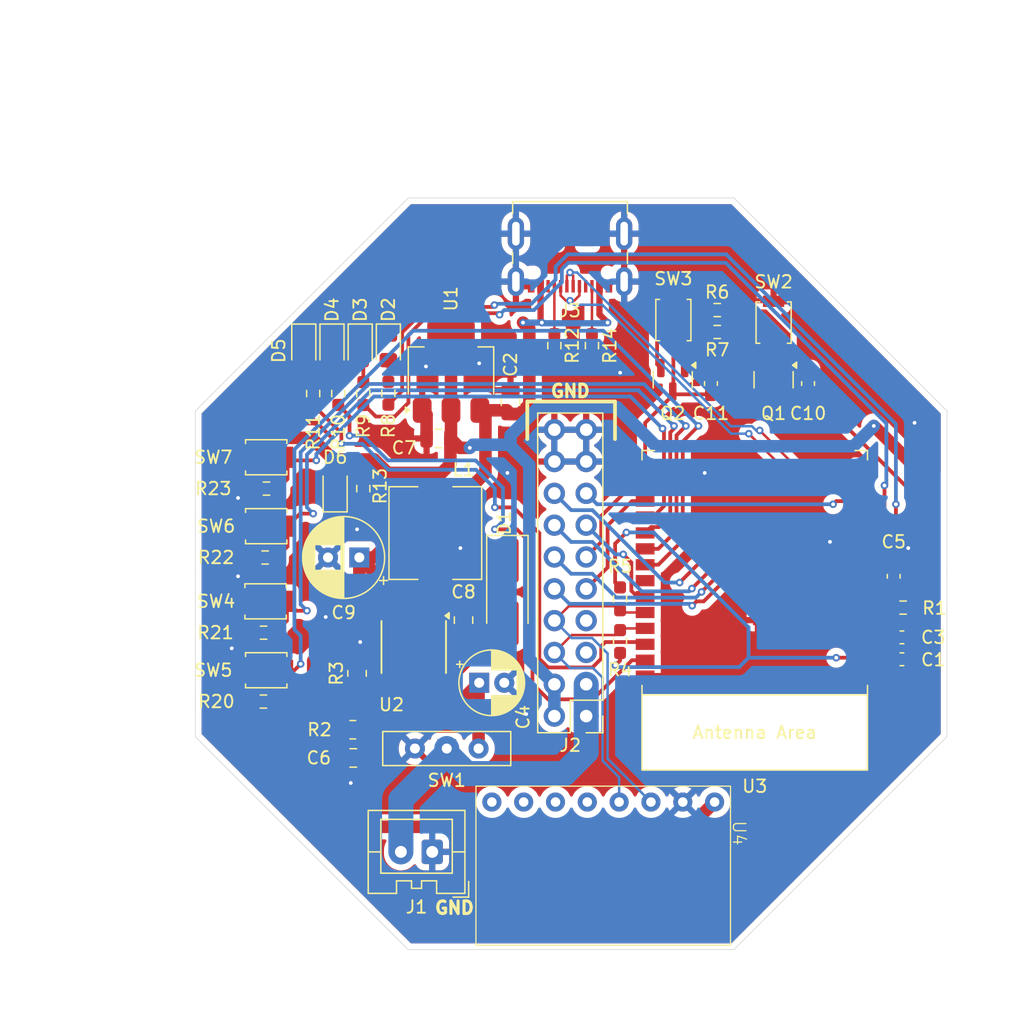
<source format=kicad_pcb>
(kicad_pcb (version 20240108) (generator "pcbnew") (generator_version "8.0")
  (layers (0 "F.Cu" signal) (31 "B.Cu" signal) (34 "B.Paste" user) (35 "F.Paste" user) (36 "B.SilkS" user "B.Silkscreen") (37 "F.SilkS" user "F.Silkscreen") (38 "B.Mask" user) (39 "F.Mask" user) (44 "Edge.Cuts" user))
  (net 0 "")
  (net 1 "GND")
  (net 2 "+3.3V")
  (net 3 "+5V")
  (net 4 "/12V_5V")
  (net 5 "/EN0")
  (net 6 "Net-(D1-K)")
  (net 7 "Net-(U2-BOOT)")
  (net 8 "/BOOT0")
  (net 9 "Net-(D2-A)")
  (net 10 "Net-(D3-A)")
  (net 11 "Net-(D4-A)")
  (net 12 "Net-(D5-A)")
  (net 13 "Net-(D6-A)")
  (net 14 "+12V")
  (net 15 "/FPGA9")
  (net 16 "/SCL")
  (net 17 "/FPGA7")
  (net 18 "/FPGA0")
  (net 19 "/FPGA8")
  (net 20 "/FPGA2")
  (net 21 "/SDA")
  (net 22 "/FPGA3")
  (net 23 "/FPGA1")
  (net 25 "/FPGA6")
  (net 27 "Net-(J3-CC2)")
  (net 28 "/USB_DM0")
  (net 29 "Net-(J3-CC1)")
  (net 30 "/USB_DP0")
  (net 31 "Net-(Q1-B)")
  (net 32 "/RTS0")
  (net 33 "Net-(Q2-B)")
  (net 34 "/DTR0")
  (net 35 "Net-(U2-EN)")
  (net 36 "/LED00")
  (net 37 "/LED01")
  (net 38 "/LED10")
  (net 39 "/LED11")
  (net 40 "/BTN00")
  (net 41 "/BTN01")
  (net 42 "/BTN10")
  (net 43 "/BTN11")
  (footprint "Resistor_SMD:R_0603_1608Metric_Pad0.98x0.95mm_HandSolder" (layer "F.Cu") (at 148.66 81.7875 -90)
    (property "Reference" "R12")
    (property "Value" "5.1k")
  )
  (footprint "Package_TO_SOT_SMD:SOT-223-3_TabPin2" (layer "F.Cu") (at 140.41 83.8 90)
    (property "Reference" "U1")
    (property "Value" "LD1117S33TR_SOT223")
  )
  (footprint "Resistor_SMD:R_0603_1608Metric_Pad0.98x0.95mm_HandSolder" (layer "F.Cu") (at 153.905 105.41 90)
    (property "Reference" "R4")
    (property "Value" "2.2k")
  )
  (footprint "Capacitor_SMD:C_0805_2012Metric" (layer "F.Cu") (at 141.41 103.7 90)
    (property "Reference" "C8")
    (property "Value" "10nF")
  )
  (footprint "Button_Switch_SMD:SW_SPST_B3U-1000P" (layer "F.Cu") (at 158.16 79.75 -90)
    (property "Reference" "SW3")
    (property "Value" "SW_SPST")
  )
  (footprint "Capacitor_SMD:C_0603_1608Metric_Pad1.08x0.95mm_HandSolder" (layer "F.Cu") (at 176.405 106.825)
    (property "Reference" "C1")
    (property "Value" "10u")
  )
  (footprint "Capacitor_SMD:C_0805_2012Metric" (layer "F.Cu") (at 132.61 114.7 180)
    (property "Reference" "C6")
    (property "Value" "6.8uF")
  )
  (footprint "Resistor_SMD:R_0603_1608Metric_Pad0.98x0.95mm_HandSolder" (layer "F.Cu") (at 125.685 93.2 180)
    (property "Reference" "R23")
    (property "Value" "10k")
  )
  (footprint "LED_SMD:LED_0805_2012Metric_Pad1.15x1.40mm_HandSolder" (layer "F.Cu") (at 135.41 81.925 -90)
    (property "Reference" "D2")
    (property "Value" "LED")
  )
  (footprint "Resistor_SMD:R_0805_2012Metric" (layer "F.Cu") (at 132.91 107.95 90)
    (property "Reference" "R3")
    (property "Value" "1k")
  )
  (footprint "Resistor_SMD:R_0603_1608Metric_Pad0.98x0.95mm_HandSolder" (layer "F.Cu") (at 133.41 93.2 90)
    (property "Reference" "R13")
    (property "Value" "280")
  )
  (footprint "Resistor_SMD:R_0603_1608Metric_Pad0.98x0.95mm_HandSolder" (layer "F.Cu") (at 131.41 85.6125 90)
    (property "Reference" "R10")
    (property "Value" "280")
  )
  (footprint "Adafruit_Sensors:BNO055" (layer "F.Cu") (at 162.72 116.95 -90)
    (property "Reference" "U4")
    (property "Value" "~")
  )
  (footprint "Button_Switch_SMD:SW_SPST_B3U-1000P" (layer "F.Cu") (at 125.66 90.7 180)
    (property "Reference" "SW7")
    (property "Value" "SW_Push")
  )
  (footprint "Diode_SMD:D_SMA_Handsoldering" (layer "F.Cu") (at 144.91 101.45 -90)
    (property "Reference" "D1")
    (property "Value" "D")
  )
  (footprint "Package_TO_SOT_SMD:SOT-23" (layer "F.Cu") (at 166.16 84.5125 -90)
    (property "Reference" "Q1")
    (property "Value" "DNBT8105-7")
  )
  (footprint "Button_Switch_SMD:SW_SPST_B3U-1000P" (layer "F.Cu") (at 125.66 96.2 180)
    (property "Reference" "SW6")
    (property "Value" "SW_Push")
  )
  (footprint "Connector_PinHeader_2.54mm:PinHeader_2x10_P2.54mm_Vertical" (layer "F.Cu") (at 151.2 111.36 180)
    (property "Reference" "J2")
    (property "Value" "Conn_02x10_Odd_Even")
  )
  (footprint "Capacitor_SMD:C_0603_1608Metric_Pad1.08x0.95mm_HandSolder" (layer "F.Cu") (at 175.7475 100.2 90)
    (property "Reference" "C5")
    (property "Value" "0.1u")
  )
  (footprint "Package_SO:TI_SO-PowerPAD-8" (layer "F.Cu") (at 137.435 105.8475 -90)
    (property "Reference" "U2")
    (property "Value" "LM22676MR-5")
  )
  (footprint "Resistor_SMD:R_0603_1608Metric_Pad0.98x0.95mm_HandSolder" (layer "F.Cu") (at 125.4475 104.7 180)
    (property "Reference" "R21")
    (property "Value" "10k")
  )
  (footprint "Inductor_SMD:L_7.3x7.3_H3.5" (layer "F.Cu") (at 139.16 96.75 90)
    (property "Reference" "L1")
    (property "Value" "8.2uH")
  )
  (footprint "Resistor_SMD:R_0603_1608Metric_Pad0.98x0.95mm_HandSolder" (layer "F.Cu") (at 125.5725 98.7 180)
    (property "Reference" "R22")
    (property "Value" "10k")
  )
  (footprint "Capacitor_SMD:C_0603_1608Metric_Pad1.08x0.95mm_HandSolder" (layer "F.Cu") (at 168.91 84.8125 90)
    (property "Reference" "C10")
    (property "Value" "0.1u")
  )
  (footprint "Capacitor_SMD:C_0805_2012Metric" (layer "F.Cu") (at 139.41 89.2 180)
    (property "Reference" "C7")
    (property "Value" "10uF")
  )
  (footprint "Resistor_SMD:R_0603_1608Metric_Pad0.98x0.95mm_HandSolder" (layer "F.Cu") (at 151.66 81.7875 -90)
    (property "Reference" "R14")
    (property "Value" "5.1k")
  )
  (footprint "Capacitor_SMD:C_0603_1608Metric_Pad1.08x0.95mm_HandSolder" (layer "F.Cu") (at 161.16 84.8125 90)
    (property "Reference" "C11")
    (property "Value" "0.1u")
  )
  (footprint "Button_Switch_SMD:SW_SPST_B3U-1000P" (layer "F.Cu") (at 125.66 107.7 180)
    (property "Reference" "SW5")
    (property "Value" "SW_Push")
  )
  (footprint "Resistor_SMD:R_0603_1608Metric_Pad0.98x0.95mm_HandSolder" (layer "F.Cu") (at 133.41 85.6125 90)
    (property "Reference" "R9")
    (property "Value" "280")
  )
  (footprint "Capacitor_THT:CP_Radial_D5.0mm_P2.00mm" (layer "F.Cu") (at 142.66 108.7)
    (property "Reference" "C4")
    (property "Value" "22uF")
  )
  (footprint "Button_Switch_SMD:SW_SPST_B3U-1000P" (layer "F.Cu") (at 166.16 79.95 -90)
    (property "Reference" "SW2")
    (property "Value" "SW_SPST")
  )
  (footprint "Resistor_SMD:R_0603_1608Metric_Pad0.98x0.95mm_HandSolder" (layer "F.Cu") (at 176.4975 102.7 180)
    (property "Reference" "R1")
    (property "Value" "10k")
  )
  (footprint "LED_SMD:LED_0805_2012Metric_Pad1.15x1.40mm_HandSolder" (layer "F.Cu") (at 130.91 81.925 -90)
    (property "Reference" "D4")
    (property "Value" "LED")
  )
  (footprint "Resistor_SMD:R_0603_1608Metric_Pad0.98x0.95mm_HandSolder" (layer "F.Cu") (at 161.66 78.95)
    (property "Reference" "R6")
    (property "Value" "10k")
  )
  (footprint "Resistor_SMD:R_0805_2012Metric" (layer "F.Cu") (at 132.5725 112.45 180)
    (property "Reference" "R2")
    (property "Value" "6.2k")
  )
  (footprint "Connector_USB:USB_C_Receptacle_JAE_DX07S016JA1R1500" (layer "F.Cu") (at 149.91 74 180)
    (property "Reference" "J3")
    (property "Value" "USB_C_Receptacle_USB2.0_14P")
  )
  (footprint "Package_TO_SOT_SMD:SOT-23" (layer "F.Cu") (at 158.11 84.5125 -90)
    (property "Reference" "Q2")
    (property "Value" "DNBT8105-7")
  )
  (footprint "LED_SMD:LED_0805_2012Metric_Pad1.15x1.40mm_HandSolder" (layer "F.Cu") (at 133.16 81.925 -90)
    (property "Reference" "D3")
    (property "Value" "LED")
  )
  (footprint "Resistor_SMD:R_0603_1608Metric_Pad0.98x0.95mm_HandSolder" (layer "F.Cu") (at 161.66 80.7 180)
    (property "Reference" "R7")
    (property "Value" "10k")
  )
  (footprint "Capacitor_SMD:C_0805_2012Metric" (layer "F.Cu") (at 145.16 86.3 90)
    (property "Reference" "C2")
    (property "Value" "100nF")
  )
  (footprint "Connector_JST:JST_XA_B02B-XASK-1_1x02_P2.50mm_Vertical" (layer "F.Cu") (at 138.91 122.2 180)
    (property "Reference" "J1")
    (property "Value" "Conn_01x02")
  )
  (footprint "Button_Switch_SMD:SW_SPST_B3U-1000P" (layer "F.Cu") (at 125.61 102.2 180)
    (property "Reference" "SW4")
    (property "Value" "SW_Push")
  )
  (footprint "Espressif:ESP32-C6-WROOM-1" (layer "F.Cu") (at 164.655 99.91 180)
    (property "Reference" "U3")
    (property "Value" "ESP32-C6-WROOM-1")
  )
  (footprint "Capacitor_SMD:C_0603_1608Metric_Pad1.08x0.95mm_HandSolder" (layer "F.Cu") (at 176.405 105.075)
    (property "Reference" "C3")
    (property "Value" "0.1u")
  )
  (footprint "LED_SMD:LED_0805_2012Metric_Pad1.15x1.40mm_HandSolder" (layer "F.Cu") (at 131.16 93.2 90)
    (property "Reference" "D6")
    (property "Value" "LED")
  )
  (footprint "Resistor_SMD:R_0603_1608Metric_Pad0.98x0.95mm_HandSolder" (layer "F.Cu") (at 135.41 85.5875 90)
    (property "Reference" "R8")
    (property "Value" "280")
  )
  (footprint "Resistor_SMD:R_0603_1608Metric_Pad0.98x0.95mm_HandSolder" (layer "F.Cu") (at 153.905 101.9975 -90)
    (property "Reference" "R5")
    (property "Value" "2.2k")
  )
  (footprint "Resistor_SMD:R_0603_1608Metric_Pad0.98x0.95mm_HandSolder" (layer "F.Cu") (at 125.435 110.2 180)
    (property "Reference" "R20")
    (property "Value" "10k")
  )
  (footprint "Button_Switch_THT:SW_Slide-03_Wuerth-WS-SLTV_10x2.5x6.4_P2.54mm" (layer "F.Cu") (at 140.07 113.95 180)
    (property "Reference" "SW1")
    (property "Value" "5V Enable")
  )
  (footprint "Capacitor_THT:CP_Radial_D6.3mm_P2.50mm" (layer "F.Cu") (at 133.09238 98.7 180)
    (property "Reference" "C9")
    (property "Value" "120uF")
  )
  (footprint "LED_SMD:LED_0805_2012Metric_Pad1.15x1.40mm_HandSolder" (layer "F.Cu") (at 128.66 81.925 -90)
    (property "Reference" "D5")
    (property "Value" "LED")
  )
  (footprint "Resistor_SMD:R_0603_1608Metric_Pad0.98x0.95mm_HandSolder" (layer "F.Cu") (at 129.41 85.6125 90)
    (property "Reference" "R11")
    (property "Value" "280")
  )
  (gr_line (start 146.5 86.25) (end 153.5 86.25) (stroke (width 0.3)) (layer "F.SilkS"))
  (gr_line (start 146.5 86.25) (end 146.5 89.25) (stroke (width 0.3)) (layer "F.SilkS"))
  (gr_line (start 153.5 86.25) (end 153.5 89.25) (stroke (width 0.3)) (layer "F.SilkS"))
  (gr_line (start 150 130) (end 137 130) (stroke (width 0.05)) (layer "Edge.Cuts"))
  (gr_line (start 163 70) (end 180 87) (stroke (width 0.05)) (layer "Edge.Cuts"))
  (gr_line (start 120 87) (end 137 70) (stroke (width 0.05)) (layer "Edge.Cuts"))
  (gr_line (start 120 100) (end 120 113) (stroke (width 0.05)) (layer "Edge.Cuts"))
  (gr_line (start 180 113) (end 163 130) (stroke (width 0.05)) (layer "Edge.Cuts"))
  (gr_line (start 150 70) (end 163 70) (stroke (width 0.05)) (layer "Edge.Cuts"))
  (gr_line (start 180 100) (end 180 113) (stroke (width 0.05)) (layer "Edge.Cuts"))
  (gr_line (start 150 70) (end 137 70) (stroke (width 0.05)) (layer "Edge.Cuts"))
  (gr_line (start 150 130) (end 163 130) (stroke (width 0.05)) (layer "Edge.Cuts"))
  (gr_line (start 180 100) (end 180 87) (stroke (width 0.05)) (layer "Edge.Cuts"))
  (gr_line (start 137 130) (end 120 113) (stroke (width 0.05)) (layer "Edge.Cuts"))
  (gr_line (start 120 100) (end 120 87) (stroke (width 0.05)) (layer "Edge.Cuts"))
  (gr_text "GND" (at 148.25 86 0) (layer "F.SilkS") (effects (font (size 1 1) (thickness 0.25) (bold yes)) (justify left bottom)))
  (gr_text "GND" (at 139 127.25 0) (layer "F.SilkS") (effects (font (size 1 1) (thickness 0.25) (bold yes)) (justify left bottom)))
  (segment (start 138.46 89.2) (end 138.46 87.3) (width 1) (layer "F.Cu") (net 1))
  (segment (start 145.59 76.675) (end 145.965 77.05) (width 0.3) (layer "F.Cu") (net 1))
  (segment (start 154.23 76.675) (end 153.385 76.675) (width 0.3) (layer "F.Cu") (net 1))
  (segment (start 175.7475 99.1125) (end 176.91 97.95) (width 0.5) (layer "F.Cu") (net 1))
  (segment (start 145.965 77.05) (end 146.81 77.05) (width 0.3) (layer "F.Cu") (net 1))
  (segment (start 175.7475 99.3375) (end 175.7475 99.1125) (width 0.5) (layer "F.Cu") (net 1))
  (segment (start 153.855 77.05) (end 154.23 76.675) (width 0.3) (layer "F.Cu") (net 1))
  (segment (start 138.46 87.3) (end 138.11 86.95) (width 1) (layer "F.Cu") (net 1))
  (segment (start 153.385 76.675) (end 153.01 77.05) (width 0.3) (layer "F.Cu") (net 1))
  (via (at 146.41 111.2) (size 0.6) (drill 0.3) (layers "F.Cu" "B.Cu") (net 1))
  (via (at 177.41 87.95) (size 0.6) (drill 0.3) (layers "F.Cu" "B.Cu") (net 1))
  (via (at 176.91 97.95) (size 0.6) (drill 0.3) (layers "F.Cu" "B.Cu") (net 1))
  (via (at 122.91 105.95) (size 0.6) (drill 0.3) (layers "F.Cu" "B.Cu") (net 1))
  (via (at 153.91 83.95) (size 0.6) (drill 0.3) (layers "F.Cu" "B.Cu") (net 1))
  (via (at 132.91 96.45) (size 0.6) (drill 0.3) (layers "F.Cu" "B.Cu") (net 1))
  (via (at 170.66 97.45) (size 0.6) (drill 0.3) (layers "F.Cu" "B.Cu") (net 1))
  (via (at 138.41 83.45) (size 0.6) (drill 0.3) (layers "F.Cu" "B.Cu") (net 1))
  (via (at 141.16 97.95) (size 0.6) (drill 0.3) (layers "F.Cu" "B.Cu") (net 1))
  (via (at 142.66 83.2) (size 0.6) (drill 0.3) (layers "F.Cu" "B.Cu") (net 1))
  (via (at 133.16 105.45) (size 0.6) (drill 0.3) (layers "F.Cu" "B.Cu") (net 1))
  (via (at 144.91 91.95) (size 0.6) (drill 0.3) (layers "F.Cu" "B.Cu") (net 1))
  (via (at 123.41 100.2) (size 0.6) (drill 0.3) (layers "F.Cu" "B.Cu") (net 1))
  (via (at 132.41 116.7) (size 0.6) (drill 0.3) (layers "F.Cu" "B.Cu") (net 1))
  (via (at 123.41 93.95) (size 0.6) (drill 0.3) (layers "F.Cu" "B.Cu") (net 1))
  (via (at 130.41 103.45) (size 0.6) (drill 0.3) (layers "F.Cu" "B.Cu") (net 1))
  (via (at 160.66 91.95) (size 0.6) (drill 0.3) (layers "F.Cu" "B.Cu") (net 1))
  (segment (start 131.049214 90.875) (end 134.28543 90.875) (width 1) (layer "F.Cu") (net 2))
  (segment (start 175.5425 106.825) (end 175.5425 105.075) (width 1) (layer "F.Cu") (net 2))
  (segment (start 121.41 102.95) (end 122.16 102.2) (width 1) (layer "F.Cu") (net 2))
  (segment (start 122.66 96.2) (end 122.16 95.7) (width 1) (layer "F.Cu") (net 2))
  (segment (start 140.41 86.95) (end 140.41 89.15) (width 1) (layer "F.Cu") (net 2))
  (segment (start 174.16 88.2) (end 178.66 92.7) (width 1) (layer "F.Cu") (net 2))
  (segment (start 153.51 97.6) (end 154.41 96.7) (width 0.3) (layer "F.Cu") (net 2))
  (segment (start 173.48 106.825) (end 173.405 106.9) (width 1) (layer "F.Cu") (net 2))
  (segment (start 135.36043 91.95) (end 139.66 91.95) (width 1) (layer "F.Cu") (net 2))
  (segment (start 125.51 89.15) (end 129.274214 89.15) (width 1) (layer "F.Cu") (net 2))
  (segment (start 178.66 92.7) (end 178.66 101.45) (width 1) (layer "F.Cu") (net 2))
  (segment (start 153.905 101.085) (end 153.51 100.69) (width 0.3) (layer "F.Cu") (net 2))
  (segment (start 122.16 107.7) (end 121.41 106.95) (width 1) (layer "F.Cu") (net 2))
  (segment (start 122.16 102.2) (end 123.91 102.2) (width 1) (layer "F.Cu") (net 2))
  (segment (start 122.16 95.7) (end 122.16 91.85) (width 1) (layer "F.Cu") (net 2))
  (segment (start 175.5425 105.075) (end 175.5675 105.075) (width 0.3) (layer "F.Cu") (net 2))
  (segment (start 140.41 89.15) (end 140.36 89.2) (width 1) (layer "F.Cu") (net 2))
  (segment (start 122.16 102.2) (end 121.91 101.95) (width 1) (layer "F.Cu") (net 2))
  (segment (start 153.51 100.69) (end 153.51 97.6) (width 0.3) (layer "F.Cu") (net 2))
  (segment (start 171.16 106.7) (end 173.205 106.7) (width 0.3) (layer "F.Cu") (net 2))
  (segment (start 141.91 89.95) (end 141.11 89.95) (width 1) (layer "F.Cu") (net 2))
  (segment (start 141.11 89.95) (end 140.36 89.2) (width 1) (layer "F.Cu") (net 2))
  (segment (start 140.41 86.95) (end 140.41 80.65) (width 1) (layer "F.Cu") (net 2))
  (segment (start 153.905 106.93076) (end 153.905 106.3225) (width 0.3) (layer "F.Cu") (net 2))
  (segment (start 123.31 90.7) (end 123.96 90.7) (width 1) (layer "F.Cu") (net 2))
  (segment (start 121.91 96.95) (end 122.66 96.2) (width 1) (layer "F.Cu") (net 2))
  (segment (start 123.96 90.7) (end 125.51 89.15) (width 1) (layer "F.Cu") (net 2))
  (segment (start 140.36 91.25) (end 140.36 89.2) (width 1) (layer "F.Cu") (net 2))
  (segment (start 175.5425 104.5675) (end 175.5425 105.075) (width 1) (layer "F.Cu") (net 2))
  (segment (start 123.96 107.7) (end 122.16 107.7) (width 1) (layer "F.Cu") (net 2))
  (segment (start 177.41 102.7) (end 175.5425 104.5675) (width 1) (layer "F.Cu") (net 2))
  (segment (start 131.024214 90.9) (end 131.049214 90.875) (width 1) (layer "F.Cu") (net 2))
  (segment (start 121.41 106.95) (end 121.41 102.95) (width 1) (layer "F.Cu") (net 2))
  (segment (start 153.52288 107.31288) (end 153.905 106.93076) (width 0.3) (layer "F.Cu") (net 2))
  (segment (start 121.91 101.95) (end 121.91 96.95) (width 1) (layer "F.Cu") (net 2))
  (segment (start 173.205 106.7) (end 173.405 106.9) (width 0.3) (layer "F.Cu") (net 2))
  (segment (start 122.16 91.85) (end 123.31 90.7) (width 1) (layer "F.Cu") (net 2))
  (segment (start 122.66 96.2) (end 123.96 96.2) (width 1) (layer "F.Cu") (net 2))
  (segment (start 134.28543 90.875) (end 135.36043 91.95) (width 1) (layer "F.Cu") (net 2))
  (segment (start 129.274214 89.15) (end 131.024214 90.9) (width 1) (layer "F.Cu") (net 2))
  (segment (start 139.66 91.95) (end 140.36 91.25) (width 1) (layer "F.Cu") (net 2))
  (segment (start 178.66 101.45) (end 177.41 102.7) (width 1) (layer "F.Cu") (net 2))
  (segment (start 175.5425 106.825) (end 173.48 106.825) (width 1) (layer "F.Cu") (net 2))
  (segment (start 173.415 106.91) (end 173.405 106.9) (width 0.3) (layer "F.Cu") (net 2))
  (via (at 154.41 96.7) (size 0.6) (drill 0.3) (layers "F.Cu" "B.Cu") (net 2))
  (via (at 153.52288 107.31288) (size 0.6) (drill 0.3) (layers "F.Cu" "B.Cu") (net 2))
  (via (at 174.16 88.2) (size 0.6) (drill 0.3) (layers "F.Cu" "B.Cu") (net 2))
  (via (at 141.91 89.95) (size 0.6) (drill 0.3) (layers "F.Cu" "B.Cu") (net 2))
  (via (at 171.16 106.7) (size 0.6) (drill 0.3) (layers "F.Cu" "B.Cu") (net 2))
  (segment (start 148.66 108.82) (end 148.66 111.36) (width 1) (layer "B.Cu") (net 2))
  (segment (start 153.52288 107.31288) (end 153.66 107.45) (width 0.3) (layer "B.Cu") (net 2))
  (segment (start 163.41 107.45) (end 164.16 106.7) (width 0.3) (layer "B.Cu") (net 2))
  (segment (start 172.541893 89.818107) (end 174.16 88.2) (width 1) (layer "B.Cu") (net 2))
  (segment (start 156.579239 96.7) (end 164.16 104.280761) (width 0.3) (layer "B.Cu") (net 2))
  (segment (start 146.66 91.307968) (end 146.66 106.82) (width 1) (layer "B.Cu") (net 2))
  (segment (start 156.778107 89.818107) (end 172.541893 89.818107) (width 1) (layer "B.Cu") (net 2))
  (segment (start 164.16 106.7) (end 171.16 106.7) (width 0.3) (layer "B.Cu") (net 2))
  (segment (start 141.91 89.95) (end 142.16 89.7) (width 1) (layer "B.Cu") (net 2))
  (segment (start 153.66 86.7) (end 156.778107 89.818107) (width 1) (layer "B.Cu") (net 2))
  (segment (start 153.66 107.45) (end 163.41 107.45) (width 0.3) (layer "B.Cu") (net 2))
  (segment (start 142.16 89.7) (end 145.052032 89.7) (width 1) (layer "B.Cu") (net 2))
  (segment (start 145.16 89.807968) (end 145.16 88.95) (width 1) (layer "B.Cu") (net 2))
  (segment (start 145.16 88.95) (end 147.41 86.7) (width 1) (layer "B.Cu") (net 2))
  (segment (start 145.16 89.807968) (end 146.66 91.307968) (width 1) (layer "B.Cu") (net 2))
  (segment (start 147.41 86.7) (end 153.66 86.7) (width 1) (layer "B.Cu") (net 2))
  (segment (start 145.052032 89.7) (end 145.16 89.807968) (width 1) (layer "B.Cu") (net 2))
  (segment (start 164.16 104.280761) (end 164.16 106.7) (width 0.3) (layer "B.Cu") (net 2))
  (segment (start 146.66 106.82) (end 148.66 108.82) (width 1) (layer "B.Cu") (net 2))
  (segment (start 154.41 96.7) (end 156.579239 96.7) (width 0.3) (layer "B.Cu") (net 2))
  (segment (start 134.26 98.7) (end 139.16 93.8) (width 1) (layer "F.Cu") (net 3))
  (segment (start 133.09238 98.7) (end 134.26 98.7) (width 1) (layer "F.Cu") (net 3))
  (segment (start 145.16 87.25) (end 145.885 87.25) (width 1) (layer "F.Cu") (net 3))
  (segment (start 133.09238 98.7) (end 133.09238 103.26762) (width 1) (layer "F.Cu") (net 3))
  (segment (start 143.16 91.95) (end 141.56 93.55) (width 1) (layer "F.Cu") (net 3))
  (segment (start 141.56 93.55) (end 134.0975 93.55) (width 1) (layer "F.Cu") (net 3))
  (segment (start 130.16 120.2) (end 159.47 120.2) (width 1) (layer "F.Cu") (net 3))
  (segment (start 135.53 103.0675) (end 135.53 101.13762) (width 1) (layer "F.Cu") (net 3))
  (segment (start 147.66 79.95) (end 147.56 79.85) (width 0.5) (layer "F.Cu") (net 3))
  (segment (start 143.16 87.4) (end 143.16 91.95) (width 1) (layer "F.Cu") (net 3))
  (segment (start 145.885 87.25) (end 146.66 86.475) (width 1) (layer "F.Cu") (net 3))
  (segment (start 146.66 80.45) (end 146.16 79.95) (width 1) (layer "F.Cu") (net 3))
  (segment (start 134.0975 93.55) (end 133.41 94.2375) (width 1) (layer "F.Cu") (net 3))
  (segment (start 133.09238 103.26762) (end 129.41 106.95) (width 1) (layer "F.Cu") (net 3))
  (segment (start 129.41 110.45) (end 128.16 111.7) (width 1) (layer "F.Cu") (net 3))
  (segment (start 142.71 86.95) (end 143.16 87.4) (width 1) (layer "F.Cu") (net 3))
  (segment (start 135.53 101.13762) (end 133.09238 98.7) (width 1) (layer "F.Cu") (net 3))
  (segment (start 142.71 86.95) (end 144.86 86.95) (width 1) (layer "F.Cu") (net 3))
  (segment (start 128.16 111.7) (end 128.16 118.2) (width 1) (layer "F.Cu") (net 3))
  (segment (start 152.26 79.3) (end 152.26 77.05) (width 0.5) (layer "F.Cu") (net 3))
  (segment (start 159.47 120.2) (end 161.45 118.22) (width 1) (layer "F.Cu") (net 3))
  (segment (start 129.41 106.95) (end 129.41 110.45) (width 1) (layer "F.Cu") (net 3))
  (segment (start 152.91 79.95) (end 152.26 79.3) (width 0.5) (layer "F.Cu") (net 3))
  (segment (start 128.16 118.2) (end 130.16 120.2) (width 1) (layer "F.Cu") (net 3))
  (segment (start 146.66 86.475) (end 146.66 80.45) (width 1) (layer "F.Cu") (net 3))
  (segment (start 147.56 79.85) (end 147.56 77.05) (width 0.5) (layer "F.Cu") (net 3))
  (segment (start 139.16 93.8) (end 139.16 93.55) (width 1) (layer "F.Cu") (net 3))
  (segment (start 144.86 86.95) (end 145.16 87.25) (width 1) (layer "F.Cu") (net 3))
  (via (at 146.16 79.95) (size 0.6) (drill 0.3) (layers "F.Cu" "B.Cu") (net 3))
  (via (at 152.91 79.95) (size 0.6) (drill 0.3) (layers "F.Cu" "B.Cu") (net 3))
  (via (at 147.66 79.95) (size 0.6) (drill 0.3) (layers "F.Cu" "B.Cu") (net 3))
  (segment (start 152.86 80) (end 147.71 80) (width 0.5) (layer "B.Cu") (net 3))
  (segment (start 147.71 80) (end 147.66 79.95) (width 0.5) (layer "B.Cu") (net 3))
  (segment (start 147.66 79.95) (end 146.16 79.95) (width 0.5) (layer "B.Cu") (net 3))
  (segment (start 152.91 79.95) (end 152.86 80) (width 0.5) (layer "B.Cu") (net 3))
  (segment (start 138.07 109.86) (end 138.4925 110.2825) (width 1) (layer "F.Cu") (net 4))
  (segment (start 138.07 108.6275) (end 138.07 111.04) (width 1) (layer "F.Cu") (net 4))
  (segment (start 138.07 108.6275) (end 138.07 109.86) (width 1) (layer "F.Cu") (net 4))
  (segment (start 142.61 108.75) (end 142.66 108.7) (width 1) (layer "F.Cu") (net 4))
  (segment (start 142.61 113.95) (end 142.61 108.75) (width 1) (layer "F.Cu") (net 4))
  (segment (start 137.41 111.7) (end 134.235 111.7) (width 1) (layer "F.Cu") (net 4))
  (segment (start 138.07 111.04) (end 137.41 111.7) (width 1) (layer "F.Cu") (net 4))
  (segment (start 134.235 111.7) (end 133.485 112.45) (width 1) (layer "F.Cu") (net 4))
  (segment (start 133.485 112.45) (end 133.485 114.625) (width 1) (layer "F.Cu") (net 4))
  (segment (start 133.485 114.625) (end 133.56 114.7) (width 1) (layer "F.Cu") (net 4))
  (segment (start 141.0775 110.2825) (end 142.66 108.7) (width 1) (layer "F.Cu") (net 4))
  (segment (start 138.4925 110.2825) (end 141.0775 110.2825) (width 1) (layer "F.Cu") (net 4))
  (segment (start 174.505 104.3125) (end 175.585 103.2325) (width 0.3) (layer "F.Cu") (net 5))
  (segment (start 174.035 105.63) (end 173.405 105.63) (width 0.3) (layer "F.Cu") (net 5))
  (segment (start 175.585 102.7) (end 175.585 101.225) (width 0.3) (layer "F.Cu") (net 5))
  (segment (start 168.91 85.675) (end 166.385 85.675) (width 0.3) (layer "F.Cu") (net 5))
  (segment (start 166.385 85.675) (end 166.16 85.45) (width 0.3) (layer "F.Cu") (net 5))
  (segment (start 177.81 100.3) (end 177.81 94.1) (width 0.3) (layer "F.Cu") (net 5))
  (segment (start 175.585 101.225) (end 175.7475 101.0625) (width 0.3) (layer "F.Cu") (net 5))
  (segment (start 177.0475 101.0625) (end 177.81 100.3) (width 0.3) (layer "F.Cu") (net 5))
  (segment (start 174.505 104.3125) (end 174.505 105.16) (width 0.3) (layer "F.Cu") (net 5))
  (segment (start 177.81 94.1) (end 169.385 85.675) (width 0.3) (layer "F.Cu") (net 5))
  (segment (start 175.7475 101.0625) (end 177.0475 101.0625) (width 0.3) (layer "F.Cu") (net 5))
  (segment (start 166.16 81.65) (end 166.16 85.45) (width 0.3) (layer "F.Cu") (net 5))
  (segment (start 174.505 105.16) (end 174.035 105.63) (width 0.3) (layer "F.Cu") (net 5))
  (segment (start 175.585 103.2325) (end 175.585 102.7) (width 0.3) (layer "F.Cu") (net 5))
  (segment (start 169.385 85.675) (end 168.91 85.675) (width 0.3) (layer "F.Cu") (net 5))
  (segment (start 142.835 101.025) (end 144.91 98.95) (width 1) (layer "F.Cu") (net 6))
  (segment (start 139.34 108.6275) (end 140.005444 108.6275) (width 1) (layer "F.Cu") (net 6))
  (segment (start 144.91 98.95) (end 145.16 98.95) (width 1) (layer "F.Cu") (net 6))
  (segment (start 142.835 105.797944) (end 142.835 103.45) (width 1) (layer "F.Cu") (net 6))
  (segment (start 141.41 102.2) (end 139.16 99.95) (width 1) (layer "F.Cu") (net 6))
  (segment (start 142.835 103.45) (end 142.135 102.75) (width 1) (layer "F.Cu") (net 6))
  (segment (start 140.005444 108.6275) (end 142.835 105.797944) (width 1) (layer "F.Cu") (net 6))
  (segment (start 141.41 102.75) (end 141.41 102.2) (width 1) (layer "F.Cu") (net 6))
  (segment (start 142.135 102.75) (end 141.41 102.75) (width 1) (layer "F.Cu") (net 6))
  (segment (start 142.835 103.45) (end 142.835 101.025) (width 1) (layer "F.Cu") (net 6))
  (segment (start 140.9225 104.65) (end 141.41 104.65) (width 1) (layer "F.Cu") (net 7))
  (segment (start 139.34 103.0675) (end 140.9225 104.65) (width 1) (layer "F.Cu") (net 7))
  (segment (start 155.905 87.955) (end 155.905 91.66) (width 0.3) (layer "F.Cu") (net 8))
  (segment (start 158.16 85.4) (end 158.11 85.45) (width 0.3) (layer "F.Cu") (net 8))
  (segment (start 161.16 85.675) (end 158.335 85.675) (width 0.3) (layer "F.Cu") (net 8))
  (segment (start 158.11 85.45) (end 158.11 85.75) (width 0.3) (layer "F.Cu") (net 8))
  (segment (start 158.16 81.45) (end 158.16 85.4) (width 0.3) (layer "F.Cu") (net 8))
  (segment (start 158.335 85.675) (end 158.11 85.45) (width 0.3) (layer "F.Cu") (net 8))
  (segment (start 158.11 85.75) (end 155.905 87.955) (width 0.3) (layer "F.Cu") (net 8))
  (segment (start 135.41 84.675) (end 135.41 82.95) (width 0.3) (layer "F.Cu") (net 9))
  (segment (start 133.41 83.2) (end 133.16 82.95) (width 0.3) (layer "F.Cu") (net 10))
  (segment (start 133.41 84.7) (end 133.41 83.2) (width 0.3) (layer "F.Cu") (net 10))
  (segment (start 131.41 83.45) (end 130.91 82.95) (width 0.3) (layer "F.Cu") (net 11))
  (segment (start 131.41 84.7) (end 131.41 83.45) (width 0.3) (layer "F.Cu") (net 11))
  (segment (start 129.41 84.7) (end 129.41 83.7) (width 0.3) (layer "F.Cu") (net 12))
  (segment (start 129.41 83.7) (end 128.66 82.95) (width 0.3) (layer "F.Cu") (net 12))
  (segment (start 131.1725 92.1625) (end 131.16 92.175) (width 0.3) (layer "F.Cu") (net 13))
  (segment (start 133.41 92.1625) (end 131.1725 92.1625) (width 0.3) (layer "F.Cu") (net 13))
  (segment (start 151.2 114.21) (end 149.46 115.95) (width 2) (layer "B.Cu") (net 14))
  (segment (start 141.66 115.95) (end 140.07 114.36) (width 2) (layer "B.Cu") (net 14))
  (segment (start 149.46 115.95) (end 141.66 115.95) (width 2) (layer "B.Cu") (net 14))
  (segment (start 140.07 113.95) (end 140.07 114.36) (width 2) (layer "B.Cu") (net 14))
  (segment (start 136.41 118.02) (end 136.41 122.2) (width 2) (layer "B.Cu") (net 14))
  (segment (start 140.07 114.36) (end 136.41 118.02) (width 2) (layer "B.Cu") (net 14))
  (segment (start 151.2 111.36) (end 151.2 114.21) (width 2) (layer "B.Cu") (net 14))
  (segment (start 151.2 108.82) (end 151.2 111.36) (width 2) (layer "B.Cu") (net 14))
  (segment (start 160.579239 102.2) (end 162.579239 100.2) (width 0.3) (layer "F.Cu") (net 15))
  (segment (start 159.66 102.55) (end 160.01 102.2) (width 0.3) (layer "F.Cu") (net 15))
  (segment (start 162.579239 100.2) (end 168.538682 100.2) (width 0.3) (layer "F.Cu") (net 15))
  (segment (start 168.538682 100.2) (end 172.698682 104.36) (width 0.3) (layer "F.Cu") (net 15))
  (segment (start 172.698682 104.36) (end 173.405 104.36) (width 0.3) (layer "F.Cu") (net 15))
  (segment (start 160.01 102.2) (end 160.579239 102.2) (width 0.3) (layer "F.Cu") (net 15))
  (via (at 159.66 102.55) (size 0.6) (drill 0.3) (layers "F.Cu" "B.Cu") (net 15))
  (segment (start 149.86 102.4) (end 148.66 101.2) (width 0.3) (layer "B.Cu") (net 15))
  (segment (start 159.66 102.55) (end 159.51 102.4) (width 0.3) (layer "B.Cu") (net 15))
  (segment (start 159.51 102.4) (end 149.86 102.4) (width 0.3) (layer "B.Cu") (net 15))
  (segment (start 153.905 102.91) (end 153.585 102.59) (width 0.2) (layer "F.Cu") (net 16))
  (segment (start 155.905 103.09) (end 154.085 103.09) (width 0.2) (layer "F.Cu") (net 16))
  (segment (start 149.81 102.59) (end 148.66 103.74) (width 0.2) (layer "F.Cu") (net 16))
  (segment (start 154.085 103.09) (end 153.905 102.91) (width 0.2) (layer "F.Cu") (net 16))
  (segment (start 153.585 102.59) (end 149.81 102.59) (width 0.2) (layer "F.Cu") (net 16))
  (segment (start 153.905 102.91) (end 153.545 102.55) (width 0.2) (layer "F.Cu") (net 16))
  (segment (start 151.676346 105.13) (end 152.91 106.363654) (width 0.2) (layer "B.Cu") (net 16))
  (segment (start 148.66 103.74) (end 150.05 105.13) (width 0.2) (layer "B.Cu") (net 16))
  (segment (start 152.91 106.363654) (end 152.91 114.76) (width 0.2) (layer "B.Cu") (net 16))
  (segment (start 150.05 105.13) (end 151.676346 105.13) (width 0.2) (layer "B.Cu") (net 16))
  (segment (start 152.91 114.76) (end 156.37 118.22) (width 0.2) (layer "B.Cu") (net 16))
  (segment (start 168.952894 99.2) (end 171.572894 101.82) (width 0.3) (layer "F.Cu") (net 17))
  (segment (start 161.620466 99.2) (end 168.952894 99.2) (width 0.3) (layer "F.Cu") (net 17))
  (segment (start 159.640233 101.180233) (end 161.620466 99.2) (width 0.3) (layer "F.Cu") (net 17))
  (segment (start 171.572894 101.82) (end 173.405 101.82) (width 0.3) (layer "F.Cu") (net 17))
  (via (at 159.640233 101.180233) (size 0.6) (drill 0.3) (layers "F.Cu" "B.Cu") (net 17))
  (segment (start 159.420466 101.4) (end 155.637057 101.4) (width 0.3) (layer "B.Cu") (net 17))
  (segment (start 159.640233 101.180233) (end 159.420466 101.4) (width 0.3) (layer "B.Cu") (net 17))
  (segment (start 155.637057 101.4) (end 151.697057 97.46) (width 0.3) (layer "B.Cu") (net 17))
  (segment (start 150 97.46) (end 148.66 96.12) (width 0.3) (layer "B.Cu") (net 17))
  (segment (start 151.697057 97.46) (end 150 97.46) (width 0.3) (layer "B.Cu") (net 17))
  (segment (start 171.16 94.2) (end 170.91 94.45) (width 0.3) (layer "F.Cu") (net 18))
  (segment (start 173.405 94.2) (end 171.16 94.2) (width 0.3) (layer "F.Cu") (net 18))
  (via (at 170.91 94.45) (size 0.6) (drill 0.3) (layers "F.Cu" "B.Cu") (net 18))
  (segment (start 152.07 94.45) (end 151.2 93.58) (width 0.3) (layer "B.Cu") (net 18))
  (segment (start 170.91 94.45) (end 152.07 94.45) (width 0.3) (layer "B.Cu") (net 18))
  (segment (start 168.745788 99.7) (end 172.135788 103.09) (width 0.3) (layer "F.Cu") (net 19))
  (segment (start 162.16 99.7) (end 168.745788 99.7) (width 0.3) (layer "F.Cu") (net 19))
  (segment (start 172.135788 103.09) (end 173.405 103.09) (width 0.3) (layer "F.Cu") (net 19))
  (segment (start 160.41 101.45) (end 162.16 99.7) (width 0.3) (layer "F.Cu") (net 19))
  (via (at 160.41 101.45) (size 0.6) (drill 0.3) (layers "F.Cu" "B.Cu") (net 19))
  (segment (start 150 100) (end 148.66 98.66) (width 0.3) (layer "B.Cu") (net 19))
  (segment (start 159.96 101.9) (end 153.597057 101.9) (width 0.3) (layer "B.Cu") (net 19))
  (segment (start 151.697057 100) (end 150 100) (width 0.3) (layer "B.Cu") (net 19))
  (segment (start 153.597057 101.9) (end 151.697057 100) (width 0.3) (layer "B.Cu") (net 19))
  (segment (start 160.41 101.45) (end 159.96 101.9) (width 0.3) (layer "B.Cu") (net 19))
  (segment (start 155.905 92.93) (end 154.855 92.93) (width 0.3) (layer "F.Cu") (net 20))
  (segment (start 152.4 97.46) (end 151.2 98.66) (width 0.3) (layer "F.Cu") (net 20))
  (segment (start 152.4 95.385) (end 152.4 97.46) (width 0.3) (layer "F.Cu") (net 20))
  (segment (start 154.855 92.93) (end 152.4 95.385) (width 0.3) (layer "F.Cu") (net 20))
  (segment (start 155.905 104.36) (end 154.0425 104.36) (width 0.2) (layer "F.Cu") (net 21))
  (segment (start 150.05 104.89) (end 148.66 106.28) (width 0.2) (layer "F.Cu") (net 21))
  (segment (start 154.0425 104.36) (end 153.905 104.4975) (width 0.2) (layer "F.Cu") (net 21))
  (segment (start 153.905 104.4975) (end 153.5675 104.4975) (width 0.2) (layer "F.Cu") (net 21))
  (segment (start 153.905 104.4975) (end 153.5125 104.89) (width 0.2) (layer "F.Cu") (net 21))
  (segment (start 153.5125 104.89) (end 150.05 104.89) (width 0.2) (layer "F.Cu") (net 21))
  (segment (start 149.9 107.52) (end 151.738478 107.52) (width 0.2) (layer "B.Cu") (net 21))
  (segment (start 153.83 116.245686) (end 153.83 118.22) (width 0.2) (layer "B.Cu") (net 21))
  (segment (start 152.51 108.291522) (end 152.51 114.925686) (width 0.2) (layer "B.Cu") (net 21))
  (segment (start 151.738478 107.52) (end 152.51 108.291522) (width 0.2) (layer "B.Cu") (net 21))
  (segment (start 152.51 114.925686) (end 153.83 116.245686) (width 0.2) (layer "B.Cu") (net 21))
  (segment (start 148.66 106.28) (end 149.9 107.52) (width 0.2) (layer "B.Cu") (net 21))
  (segment (start 155.905 94.2) (end 154.855 94.2) (width 0.3) (layer "F.Cu") (net 22))
  (segment (start 152.91 96.145) (end 152.91 99.49) (width 0.3) (layer "F.Cu") (net 22))
  (segment (start 152.91 99.49) (end 151.2 101.2) (width 0.3) (layer "F.Cu") (net 22))
  (segment (start 154.855 94.2) (end 152.91 96.145) (width 0.3) (layer "F.Cu") (net 22))
  (segment (start 154.805 101.35) (end 154.805 99.095) (width 0.3) (layer "F.Cu") (net 23))
  (segment (start 154.805 99.095) (end 154.16 98.45) (width 0.3) (layer "F.Cu") (net 23))
  (segment (start 155.275 101.82) (end 154.805 101.35) (width 0.3) (layer "F.Cu") (net 23))
  (segment (start 155.905 101.82) (end 155.275 101.82) (width 0.3) (layer "F.Cu") (net 23))
  (via (at 154.16 98.45) (size 0.6) (drill 0.3) (layers "F.Cu" "B.Cu") (net 23))
  (segment (start 154.16 98.45) (end 153.53 98.45) (width 0.3) (layer "B.Cu") (net 23))
  (segment (start 153.53 98.45) (end 151.2 96.12) (width 0.3) (layer "B.Cu") (net 23))
  (segment (start 171.01 100.55) (end 173.405 100.55) (width 0.3) (layer "F.Cu") (net 25))
  (segment (start 158.66 100.7) (end 160.66 98.7) (width 0.3) (layer "F.Cu") (net 25))
  (segment (start 169.16 98.7) (end 171.01 100.55) (width 0.3) (layer "F.Cu") (net 25))
  (segment (start 160.66 98.7) (end 169.16 98.7) (width 0.3) (layer "F.Cu") (net 25))
  (via (at 158.66 100.7) (size 0.6) (drill 0.3) (layers "F.Cu" "B.Cu") (net 25))
  (segment (start 158.66 100.7) (end 157.477057 100.7) (width 0.3) (layer "B.Cu") (net 25))
  (segment (start 150 94.92) (end 148.66 93.58) (width 0.3) (layer "B.Cu") (net 25))
  (segment (start 151.697057 94.92) (end 150 94.92) (width 0.3) (layer "B.Cu") (net 25))
  (segment (start 157.477057 100.7) (end 151.697057 94.92) (width 0.3) (layer "B.Cu") (net 25))
  (segment (start 148.66 77.05) (end 148.66 80.875) (width 0.2) (layer "F.Cu") (net 27))
  (segment (start 149.91 78.2) (end 149.575 78.2) (width 0.2) (layer "F.Cu") (net 28))
  (segment (start 149.16 77.785) (end 149.16 77.05) (width 0.2) (layer "F.Cu") (net 28))
  (segment (start 149.575 78.2) (end 149.16 77.785) (width 0.2) (layer "F.Cu") (net 28))
  (segment (start 149.91 78.2) (end 150.245 78.2) (width 0.2) (layer "F.Cu") (net 28))
  (segment (start 150.66 77.785) (end 150.66 77.05) (width 0.2) (layer "F.Cu") (net 28))
  (segment (start 150.245 78.2) (end 150.66 77.785) (width 0.2) (layer "F.Cu") (net 28))
  (segment (start 168.291471 92.93) (end 173.405 92.93) (width 0.2) (layer "F.Cu") (net 28))
  (segment (start 164.179578 88.818107) (end 168.291471 92.93) (width 0.2) (layer "F.Cu") (net 28))
  (via (at 164.179578 88.818107) (size 0.6) (drill 0.3) (layers "F.Cu" "B.Cu") (net 28))
  (via (at 149.91 78.2) (size 0.6) (drill 0.3) (layers "F.Cu" "B.Cu") (net 28))
  (segment (start 162.778107 88.818107) (end 152.485 78.525) (width 0.2) (layer "B.Cu") (net 28))
  (segment (start 164.179578 88.818107) (end 162.778107 88.818107) (width 0.2) (layer "B.Cu") (net 28))
  (segment (start 152.485 78.525) (end 150.235 78.525) (width 0.2) (layer "B.Cu") (net 28))
  (segment (start 150.235 78.525) (end 149.91 78.2) (width 0.2) (layer "B.Cu") (net 28))
  (segment (start 151.66 77.05) (end 151.66 80.875) (width 0.2) (layer "F.Cu") (net 29))
  (segment (start 149.91 75.95) (end 150.16 76.2) (width 0.2) (layer "F.Cu") (net 30))
  (segment (start 149.66 76.2) (end 149.66 77.05) (width 0.2) (layer "F.Cu") (net 30))
  (segment (start 149.91 75.95) (end 149.66 76.2) (width 0.2) (layer "F.Cu") (net 30))
  (segment (start 165.051422 88.558578) (end 168.152844 91.66) (width 0.2) (layer "F.Cu") (net 30))
  (segment (start 168.152844 91.66) (end 173.405 91.66) (width 0.2) (layer "F.Cu") (net 30))
  (segment (start 150.16 76.2) (end 150.16 77.05) (width 0.2) (layer "F.Cu") (net 30))
  (via (at 165.051422 88.558578) (size 0.6) (drill 0.3) (layers "F.Cu" "B.Cu") (net 30))
  (via (at 149.91 75.95) (size 0.6) (drill 0.3) (layers "F.Cu" "B.Cu") (net 30))
  (segment (start 165.051422 88.558578) (end 164.768578 88.558578) (width 0.2) (layer "B.Cu") (net 30))
  (segment (start 164.428107 88.218107) (end 162.743793 88.218107) (width 0.2) (layer "B.Cu") (net 30))
  (segment (start 164.768578 88.558578) (end 164.428107 88.218107) (width 0.2) (layer "B.Cu") (net 30))
  (segment (start 162.743793 88.218107) (end 150.475686 75.95) (width 0.2) (layer "B.Cu") (net 30))
  (segment (start 150.475686 75.95) (end 149.91 75.95) (width 0.2) (layer "B.Cu") (net 30))
  (segment (start 167.36 80.9) (end 165.51 79.05) (width 0.3) (layer "F.Cu") (net 31))
  (segment (start 167.36 83.325) (end 167.36 80.9) (width 0.3) (layer "F.Cu") (net 31))
  (segment (start 167.11 83.575) (end 167.36 83.325) (width 0.3) (layer "F.Cu") (net 31))
  (segment (start 165.51 79.05) (end 162.6725 79.05) (width 0.3) (layer "F.Cu") (net 31))
  (segment (start 162.6725 79.05) (end 162.5725 78.95) (width 0.3) (layer "F.Cu") (net 31))
  (segment (start 162.5725 80.7) (end 162.5725 81.8625) (width 0.3) (layer "F.Cu") (net 32))
  (segment (start 162.5725 81.8625) (end 164.285 83.575) (width 0.3) (layer "F.Cu") (net 32))
  (segment (start 164.285 83.575) (end 165.21 83.575) (width 0.3) (layer "F.Cu") (net 32))
  (segment (start 160.7475 80.7) (end 160.7475 81.8875) (width 0.3) (layer "F.Cu") (net 33))
  (segment (start 160.7475 81.8875) (end 159.06 83.575) (width 0.3) (layer "F.Cu") (net 33))
  (segment (start 158.66 78.95) (end 160.7475 78.95) (width 0.3) (layer "F.Cu") (net 34))
  (segment (start 156.86 83.275) (end 156.86 80.75) (width 0.3) (layer "F.Cu") (net 34))
  (segment (start 157.16 83.575) (end 156.86 83.275) (width 0.3) (layer "F.Cu") (net 34))
  (segment (start 156.86 80.75) (end 158.66 78.95) (width 0.3) (layer "F.Cu") (net 34))
  (segment (start 132.91 108.8625) (end 131.66 110.1125) (width 0.5) (layer "F.Cu") (net 35))
  (segment (start 135.295 108.8625) (end 135.53 108.6275) (width 1) (layer "F.Cu") (net 35))
  (segment (start 131.66 110.1125) (end 131.66 112.45) (width 0.5) (layer "F.Cu") (net 35))
  (segment (start 132.91 108.8625) (end 135.295 108.8625) (width 1) (layer "F.Cu") (net 35))
  (segment (start 175.9225 97.3925) (end 174.035 99.28) (width 0.3) (layer "F.Cu") (net 36))
  (segment (start 174.035 99.28) (end 173.405 99.28) (width 0.3) (layer "F.Cu") (net 36))
  (segment (start 143.723402 78.7) (end 138.54354 78.7) (width 0.3) (layer "F.Cu") (net 36))
  (segment (start 138.54354 78.7) (end 136.51 80.73354) (width 0.3) (layer "F.Cu") (net 36))
  (segment (start 136.51 80.73354) (end 136.51 85.4) (width 0.3) (layer "F.Cu") (net 36))
  (segment (start 175.9225 94.45) (end 175.9225 97.3925) (width 0.3) (layer "F.Cu") (net 36))
  (segment (start 143.873402 78.55) (end 143.723402 78.7) (width 0.3) (layer "F.Cu") (net 36))
  (segment (start 136.51 85.4) (end 135.41 86.5) (width 0.3) (layer "F.Cu") (net 36))
  (via (at 175.9225 94.45) (size 0.6) (drill 0.3) (layers "F.Cu" "B.Cu") (net 36))
  (via (at 143.873402 78.55) (size 0.6) (drill 0.3) (layers "F.Cu" "B.Cu") (net 36))
  (segment (start 143.973402 78.45) (end 146.827894 78.45) (width 0.3) (layer "B.Cu") (net 36))
  (segment (start 143.873402 78.55) (end 143.973402 78.45) (width 0.3) (layer "B.Cu") (net 36))
  (segment (start 175.9225 88.053312) (end 175.9225 94.45) (width 0.3) (layer "B.Cu") (net 36))
  (segment (start 148.76 76.517894) (end 148.76 75.473655) (width 0.3) (layer "B.Cu") (net 36))
  (segment (start 146.827894 78.45) (end 148.76 76.517894) (width 0.3) (layer "B.Cu") (net 36))
  (segment (start 148.76 75.473655) (end 149.733655 74.5) (width 0.3) (layer "B.Cu") (net 36))
  (segment (start 149.733655 74.5) (end 162.369188 74.5) (width 0.3) (layer "B.Cu") (net 36))
  (segment (start 162.369188 74.5) (end 175.9225 88.053312) (width 0.3) (layer "B.Cu") (net 36))
  (segment (start 137.01 80.940646) (end 137.01 86.35) (width 0.3) (layer "F.Cu") (net 37))
  (segment (start 174.035 98.01) (end 173.405 98.01) (width 0.3) (layer "F.Cu") (net 37))
  (segment (start 137.01 86.35) (end 135.91 87.45) (width 0.3) (layer "F.Cu") (net 37))
  (segment (start 144.285 79.325) (end 144.16 79.2) (width 0.3) (layer "F.Cu") (net 37))
  (segment (start 138.750646 79.2) (end 137.01 80.940646) (width 0.3) (layer "F.Cu") (net 37))
  (segment (start 134.41 87.45) (end 133.485 86.525) (width 0.3) (layer "F.Cu") (net 37))
  (segment (start 144.16 79.2) (end 138.750646 79.2) (width 0.3) (layer "F.Cu") (net 37))
  (segment (start 175.01 97.035) (end 174.035 98.01) (width 0.3) (layer "F.Cu") (net 37))
  (segment (start 135.91 87.45) (end 134.41 87.45) (width 0.3) (layer "F.Cu") (net 37))
  (segment (start 133.485 86.525) (end 133.41 86.525) (width 0.3) (layer "F.Cu") (net 37))
  (segment (start 175.01 92.95) (end 175.01 97.035) (width 0.3) (layer "F.Cu") (net 37))
  (via (at 175.01 92.95) (size 0.6) (drill 0.3) (layers "F.Cu" "B.Cu") (net 37))
  (via (at 144.285 79.325) (size 0.6) (drill 0.3) (layers "F.Cu" "B.Cu") (net 37))
  (segment (start 144.66 78.95) (end 147.035 78.95) (width 0.3) (layer "B.Cu") (net 37))
  (segment (start 149.26 75.680761) (end 149.765761 75.175) (width 0.3) (layer "B.Cu") (net 37))
  (segment (start 147.035 78.95) (end 149.26 76.725) (width 0.3) (layer "B.Cu") (net 37))
  (segment (start 175.16 87.997918) (end 175.16 92.8) (width 0.3) (layer "B.Cu") (net 37))
  (segment (start 144.285 79.325) (end 144.66 78.95) (width 0.3) (layer "B.Cu") (net 37))
  (segment (start 149.765761 75.175) (end 162.337082 75.175) (width 0.3) (layer "B.Cu") (net 37))
  (segment (start 162.337082 75.175) (end 175.16 87.997918) (width 0.3) (layer "B.Cu") (net 37))
  (segment (start 175.16 92.8) (end 175.01 92.95) (width 0.3) (layer "B.Cu") (net 37))
  (segment (start 149.26 76.725) (end 149.26 75.680761) (width 0.3) (layer "B.Cu") (net 37))
  (segment (start 148.162943 110.02) (end 151.735 110.02) (width 0.3) (layer "F.Cu") (net 38))
  (segment (start 154.855 106.9) (end 155.905 106.9) (width 0.3) (layer "F.Cu") (net 38))
  (segment (start 143.91 96.45) (end 145.665456 96.45) (width 0.3) (layer "F.Cu") (net 38))
  (segment (start 132.31 87.425) (end 131.41 86.525) (width 0.3) (layer "F.Cu") (net 38))
  (segment (start 151.735 110.02) (end 154.855 106.9) (width 0.3) (layer "F.Cu") (net 38))
  (segment (start 146.91 97.694544) (end 146.91 108.767057) (width 0.3) (layer "F.Cu") (net 38))
  (segment (start 132.31 88.975) (end 132.31 87.425) (width 0.3) (layer "F.Cu") (net 38))
  (segment (start 146.91 108.767057) (end 148.162943 110.02) (width 0.3) (layer "F.Cu") (net 38))
  (segment (start 145.665456 96.45) (end 146.91 97.694544) (width 0.3) (layer "F.Cu") (net 38))
  (via (at 143.91 96.45) (size 0.6) (drill 0.3) (layers "F.Cu" "B.Cu") (net 38))
  (via (at 132.31 88.975) (size 0.6) (drill 0.3) (layers "F.Cu" "B.Cu") (net 38))
  (segment (start 142.367106 90.95) (end 144.56 93.142894) (width 0.3) (layer "B.Cu") (net 38))
  (segment (start 144.56 95.8) (end 143.91 96.45) (width 0.3) (layer "B.Cu") (net 38))
  (segment (start 144.56 93.142894) (end 144.56 95.8) (width 0.3) (layer "B.Cu") (net 38))
  (segment (start 133.392106 88.975) (end 135.367106 90.95) (width 0.3) (layer "B.Cu") (net 38))
  (segment (start 132.31 88.975) (end 133.392106 88.975) (width 0.3) (layer "B.Cu") (net 38))
  (segment (start 135.367106 90.95) (end 142.367106 90.95) (width 0.3) (layer "B.Cu") (net 38))
  (segment (start 155.905 105.63) (end 155.725 105.45) (width 0.3) (layer "F.Cu") (net 39))
  (segment (start 145.41 94.7) (end 143.91 94.7) (width 0.3) (layer "F.Cu") (net 39))
  (segment (start 152.4 105.782943) (end 152.4 106.777057) (width 0.3) (layer "F.Cu") (net 39))
  (segment (start 147.46 96.75) (end 145.41 94.7) (width 0.3) (layer "F.Cu") (net 39))
  (segment (start 148.162943 107.48) (end 147.46 106.777057) (width 0.3) (layer "F.Cu") (net 39))
  (segment (start 151.697057 107.48) (end 148.162943 107.48) (width 0.3) (layer "F.Cu") (net 39))
  (segment (start 131.66 88.775) (end 129.41 86.525) (width 0.3) (layer "F.Cu") (net 39))
  (segment (start 155.725 105.45) (end 152.732943 105.45) (width 0.3) (layer "F.Cu") (net 39))
  (segment (start 152.4 106.777057) (end 151.697057 107.48) (width 0.3) (layer "F.Cu") (net 39))
  (segment (start 131.66 89.625) (end 131.66 88.775) (width 0.3) (layer "F.Cu") (net 39))
  (segment (start 147.46 106.777057) (end 147.46 96.75) (width 0.3) (layer "F.Cu") (net 39))
  (segment (start 152.732943 105.45) (end 152.4 105.782943) (width 0.3) (layer "F.Cu") (net 39))
  (via (at 143.91 94.7) (size 0.6) (drill 0.3) (layers "F.Cu" "B.Cu") (net 39))
  (via (at 131.66 89.625) (size 0.6) (drill 0.3) (layers "F.Cu" "B.Cu") (net 39))
  (segment (start 133.335 89.625) (end 135.41 91.7) (width 0.3) (layer "B.Cu") (net 39))
  (segment (start 135.41 91.7) (end 142.41 91.7) (width 0.3) (layer "B.Cu") (net 39))
  (segment (start 143.91 93.2) (end 143.91 94.7) (width 0.3) (layer "B.Cu") (net 39))
  (segment (start 131.66 89.625) (end 133.335 89.625) (width 0.3) (layer "B.Cu") (net 39))
  (segment (start 142.41 91.7) (end 143.91 93.2) (width 0.3) (layer "B.Cu") (net 39))
  (segment (start 158.91 89.45) (end 158.91 97.325) (width 0.3) (layer "F.Cu") (net 40))
  (segment (start 127.91 107.7) (end 127.36 107.7) (width 0.3) (layer "F.Cu") (net 40))
  (segment (start 160.16 88.2) (end 158.91 89.45) (width 0.3) (layer "F.Cu") (net 40))
  (segment (start 127.36 109.1875) (end 126.3475 110.2) (width 0.3) (layer "F.Cu") (net 40))
  (segment (start 127.36 107.7) (end 127.36 109.1875) (width 0.3) (layer "F.Cu") (net 40))
  (segment (start 156.955 99.28) (end 155.905 99.28) (width 0.3) (layer "F.Cu") (net 40))
  (segment (start 128.41 107.2) (end 127.91 107.7) (width 0.3) (layer "F.Cu") (net 40))
  (segment (start 158.91 97.325) (end 156.955 99.28) (width 0.3) (layer "F.Cu") (net 40))
  (via (at 160.16 88.2) (size 0.6) (drill 0.3) (layers "F.Cu" "B.Cu") (net 40))
  (via (at 128.41 107.2) (size 0.6) (drill 0.3) (layers "F.Cu" "B.Cu") (net 40))
  (segment (start 127.91 104.45) (end 127.91 90.078682) (width 0.3) (layer "B.Cu") (net 40))
  (segment (start 152.56 80.6) (end 160.16 88.2) (width 0.3) (layer "B.Cu") (net 40))
  (segment (start 137.388682 80.6) (end 152.56 80.6) (width 0.3) (layer "B.Cu") (net 40))
  (segment (start 128.41 107.2) (end 128.41 104.95) (width 0.3) (layer "B.Cu") (net 40))
  (segment (start 128.41 104.95) (end 127.91 104.45) (width 0.3) (layer "B.Cu") (net 40))
  (segment (start 127.91 90.078682) (end 137.388682 80.6) (width 0.3) (layer "B.Cu") (net 40))
  (segment (start 128.91 102.95) (end 128.06 102.95) (width 0.3) (layer "F.Cu") (net 41))
  (segment (start 127.31 103.75) (end 126.36 104.7) (width 0.3) (layer "F.Cu") (net 41))
  (segment (start 156.955 98.01) (end 155.905 98.01) (width 0.3) (layer "F.Cu") (net 41))
  (segment (start 128.06 102.95) (end 127.31 102.2) (width 0.3) (layer "F.Cu") (net 41))
  (segment (start 158.41 88.95) (end 158.41 96.555) (width 0.3) (layer "F.Cu") (net 41))
  (segment (start 127.31 102.2) (end 127.31 103.75) (width 0.3) (layer "F.Cu") (net 41))
  (segment (start 158.41 96.555) (end 156.955 98.01) (width 0.3) (layer "F.Cu") (net 41))
  (segment (start 159.16 88.2) (end 158.41 88.95) (width 0.3) (layer "F.Cu") (net 41))
  (via (at 128.91 102.95) (size 0.6) (drill 0.3) (layers "F.Cu" "B.Cu") (net 41))
  (via (at 159.16 88.2) (size 0.6) (drill 0.3) (layers "F.Cu" "B.Cu") (net 41))
  (segment (start 133.845788 84.85) (end 155.81 84.85) (width 0.3) (layer "B.Cu") (net 41))
  (segment (start 155.81 84.85) (end 159.16 88.2) (width 0.3) (layer "B.Cu") (net 41))
  (segment (start 128.41 90.285788) (end 133.845788 84.85) (width 0.3) (layer "B.Cu") (net 41))
  (segment (start 128.41 102.45) (end 128.41 90.285788) (width 0.3) (layer "B.Cu") (net 41))
  (segment (start 128.91 102.95) (end 128.41 102.45) (width 0.3) (layer "B.Cu") (net 41))
  (segment (start 128.36 95.2) (end 127.36 96.2) (width 0.3) (layer "F.Cu") (net 42))
  (segment (start 157.005 96.27) (end 156.375 96.27) (width 0.3) (layer "F.Cu") (net 42))
  (segment (start 158.210003 88.2) (end 158.210003 88.41439) (width 0.3) (layer "F.Cu") (net 42))
  (segment (start 158.210003 88.41439) (end 157.91 88.714393) (width 0.3) (layer "F.Cu") (net 42))
  (segment (start 127.36 96.2) (end 127.36 97.825) (width 0.3) (layer "F.Cu") (net 42))
  (segment (start 129.41 95.2) (end 128.36 95.2) (width 0.3) (layer "F.Cu") (net 42))
  (segment (start 127.36 97.825) (end 126.485 98.7) (width 0.3) (layer "F.Cu") (net 42))
  (segment (start 156.375 96.27) (end 155.905 96.74) (width 0.3) (layer "F.Cu") (net 42))
  (segment (start 157.91 88.714393) (end 157.91 95.365) (width 0.3) (layer "F.Cu") (net 42))
  (segment (start 157.91 95.365) (end 157.005 96.27) (width 0.3) (layer "F.Cu") (net 42))
  (via (at 129.41 95.2) (size 0.6) (drill 0.3) (layers "F.Cu" "B.Cu") (net 42))
  (via (at 158.210003 88.2) (size 0.6) (drill 0.3) (layers "F.Cu" "B.Cu") (net 42))
  (segment (start 155.360003 85.35) (end 134.052894 85.35) (width 0.3) (layer "B.Cu") (net 42))
  (segment (start 134.052894 85.35) (end 128.91 90.492894) (width 0.3) (layer "B.Cu") (net 42))
  (segment (start 128.91 94.7) (end 129.41 95.2) (width 0.3) (layer "B.Cu") (net 42))
  (segment (start 158.210003 88.2) (end 155.360003 85.35) (width 0.3) (layer "B.Cu") (net 42))
  (segment (start 128.91 90.492894) (end 128.91 94.7) (width 0.3) (layer "B.Cu") (net 42))
  (segment (start 127.61 90.95) (end 127.36 90.7) (width 0.3) (layer "F.Cu") (net 43))
  (segment (start 157.294312 88.410842) (end 157.41 88.52653) (width 0.3) (layer "F.Cu") (net 43))
  (segment (start 127.36 90.7) (end 127.36 92.4375) (width 0.3) (layer "F.Cu") (net 43))
  (segment (start 156.535 95.47) (end 155.905 95.47) (width 0.3) (layer "F.Cu") (net 43))
  (segment (start 129.66 90.95) (end 127.61 90.95) (width 0.3) (layer "F.Cu") (net 43))
  (segment (start 157.41 88.52653) (end 157.41 94.595) (width 0.3) (layer "F.Cu") (net 43))
  (segment (start 127.36 92.4375) (end 126.5975 93.2) (width 0.3) (layer "F.Cu") (net 43))
  (segment (start 157.41 94.595) (end 156.535 95.47) (width 0.3) (layer "F.Cu") (net 43))
  (via (at 129.66 90.95) (size 0.6) (drill 0.3) (layers "F.Cu" "B.Cu") (net 43))
  (via (at 157.294312 88.410842) (size 0.6) (drill 0.3) (layers "F.Cu" "B.Cu") (net 43))
  (segment (start 134.26 85.85) (end 154.73347 85.85) (width 0.3) (layer "B.Cu") (net 43))
  (segment (start 129.66 90.95) (end 129.66 90.45) (width 0.3) (layer "B.Cu") (net 43))
  (segment (start 129.66 90.45) (end 134.26 85.85) (width 0.3) (layer "B.Cu") (net 43))
  (segment (start 154.73347 85.85) (end 157.294312 88.410842) (width 0.3) (layer "B.Cu") (net 43))
  (zone (net 1) (net_name "GND") (layers "F&B.Cu") (connect_pads (clearance 0.5)) (min_thickness 0.25) (fill yes (thermal_gap 0.5) (thermal_bridge_width 0.5))
    (polygon (pts (xy 186.16 135.95) (xy 104.41 135.95) (xy 104.41 54.2) (xy 186.16 54.2)))
  )
)
</source>
